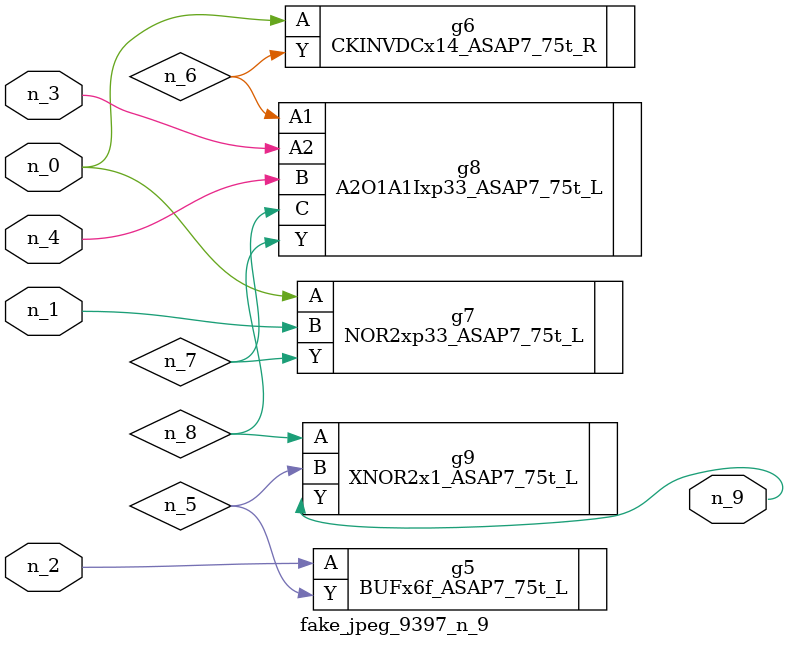
<source format=v>
module fake_jpeg_9397_n_9 (n_3, n_2, n_1, n_0, n_4, n_9);

input n_3;
input n_2;
input n_1;
input n_0;
input n_4;

output n_9;

wire n_8;
wire n_6;
wire n_5;
wire n_7;

BUFx6f_ASAP7_75t_L g5 ( 
.A(n_2),
.Y(n_5)
);

CKINVDCx14_ASAP7_75t_R g6 ( 
.A(n_0),
.Y(n_6)
);

NOR2xp33_ASAP7_75t_L g7 ( 
.A(n_0),
.B(n_1),
.Y(n_7)
);

A2O1A1Ixp33_ASAP7_75t_L g8 ( 
.A1(n_6),
.A2(n_3),
.B(n_4),
.C(n_7),
.Y(n_8)
);

XNOR2x1_ASAP7_75t_L g9 ( 
.A(n_8),
.B(n_5),
.Y(n_9)
);


endmodule
</source>
